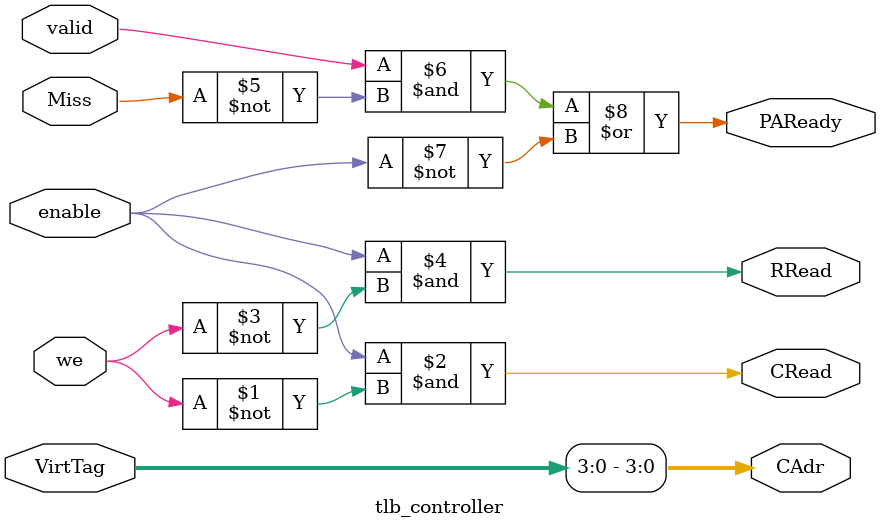
<source format=sv>
module tlb_controller #(parameter size = 16, parameter tagbits = 16) (
	input logic enable, we, valid, Miss,
	input logic [tagbits-1:0] VirtTag,
	output logic [$clog2(size)-1:0] CAdr,
	output logic CRead, RRead, PAReady
);

assign CRead = enable & ~we;
assign RRead = enable & ~we;
assign CAdr = VirtTag[$clog2(size)-1:0];
assign PAReady = valid & ~Miss | ~enable;

endmodule

</source>
